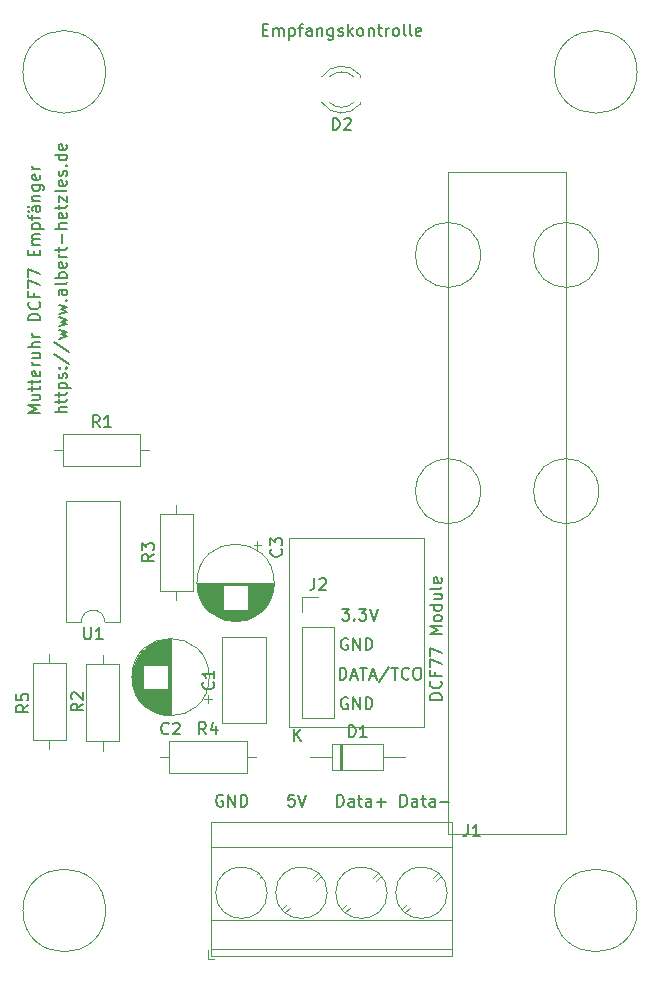
<source format=gbr>
%TF.GenerationSoftware,KiCad,Pcbnew,(5.1.9)-1*%
%TF.CreationDate,2021-03-23T14:31:34+01:00*%
%TF.ProjectId,DCF77 Receiver,44434637-3720-4526-9563-65697665722e,rev?*%
%TF.SameCoordinates,Original*%
%TF.FileFunction,Legend,Top*%
%TF.FilePolarity,Positive*%
%FSLAX46Y46*%
G04 Gerber Fmt 4.6, Leading zero omitted, Abs format (unit mm)*
G04 Created by KiCad (PCBNEW (5.1.9)-1) date 2021-03-23 14:31:34*
%MOMM*%
%LPD*%
G01*
G04 APERTURE LIST*
%ADD10C,0.150000*%
%ADD11C,0.120000*%
G04 APERTURE END LIST*
D10*
X84702380Y-143333333D02*
X83702380Y-143333333D01*
X84702380Y-142904761D02*
X84178571Y-142904761D01*
X84083333Y-142952380D01*
X84035714Y-143047619D01*
X84035714Y-143190476D01*
X84083333Y-143285714D01*
X84130952Y-143333333D01*
X84035714Y-142571428D02*
X84035714Y-142190476D01*
X83702380Y-142428571D02*
X84559523Y-142428571D01*
X84654761Y-142380952D01*
X84702380Y-142285714D01*
X84702380Y-142190476D01*
X84035714Y-142000000D02*
X84035714Y-141619047D01*
X83702380Y-141857142D02*
X84559523Y-141857142D01*
X84654761Y-141809523D01*
X84702380Y-141714285D01*
X84702380Y-141619047D01*
X84035714Y-141285714D02*
X85035714Y-141285714D01*
X84083333Y-141285714D02*
X84035714Y-141190476D01*
X84035714Y-141000000D01*
X84083333Y-140904761D01*
X84130952Y-140857142D01*
X84226190Y-140809523D01*
X84511904Y-140809523D01*
X84607142Y-140857142D01*
X84654761Y-140904761D01*
X84702380Y-141000000D01*
X84702380Y-141190476D01*
X84654761Y-141285714D01*
X84654761Y-140428571D02*
X84702380Y-140333333D01*
X84702380Y-140142857D01*
X84654761Y-140047619D01*
X84559523Y-140000000D01*
X84511904Y-140000000D01*
X84416666Y-140047619D01*
X84369047Y-140142857D01*
X84369047Y-140285714D01*
X84321428Y-140380952D01*
X84226190Y-140428571D01*
X84178571Y-140428571D01*
X84083333Y-140380952D01*
X84035714Y-140285714D01*
X84035714Y-140142857D01*
X84083333Y-140047619D01*
X84607142Y-139571428D02*
X84654761Y-139523809D01*
X84702380Y-139571428D01*
X84654761Y-139619047D01*
X84607142Y-139571428D01*
X84702380Y-139571428D01*
X84083333Y-139571428D02*
X84130952Y-139523809D01*
X84178571Y-139571428D01*
X84130952Y-139619047D01*
X84083333Y-139571428D01*
X84178571Y-139571428D01*
X83654761Y-138380952D02*
X84940476Y-139238095D01*
X83654761Y-137333333D02*
X84940476Y-138190476D01*
X84035714Y-137095238D02*
X84702380Y-136904761D01*
X84226190Y-136714285D01*
X84702380Y-136523809D01*
X84035714Y-136333333D01*
X84035714Y-136047619D02*
X84702380Y-135857142D01*
X84226190Y-135666666D01*
X84702380Y-135476190D01*
X84035714Y-135285714D01*
X84035714Y-135000000D02*
X84702380Y-134809523D01*
X84226190Y-134619047D01*
X84702380Y-134428571D01*
X84035714Y-134238095D01*
X84607142Y-133857142D02*
X84654761Y-133809523D01*
X84702380Y-133857142D01*
X84654761Y-133904761D01*
X84607142Y-133857142D01*
X84702380Y-133857142D01*
X84702380Y-132952380D02*
X84178571Y-132952380D01*
X84083333Y-133000000D01*
X84035714Y-133095238D01*
X84035714Y-133285714D01*
X84083333Y-133380952D01*
X84654761Y-132952380D02*
X84702380Y-133047619D01*
X84702380Y-133285714D01*
X84654761Y-133380952D01*
X84559523Y-133428571D01*
X84464285Y-133428571D01*
X84369047Y-133380952D01*
X84321428Y-133285714D01*
X84321428Y-133047619D01*
X84273809Y-132952380D01*
X84702380Y-132333333D02*
X84654761Y-132428571D01*
X84559523Y-132476190D01*
X83702380Y-132476190D01*
X84702380Y-131952380D02*
X83702380Y-131952380D01*
X84083333Y-131952380D02*
X84035714Y-131857142D01*
X84035714Y-131666666D01*
X84083333Y-131571428D01*
X84130952Y-131523809D01*
X84226190Y-131476190D01*
X84511904Y-131476190D01*
X84607142Y-131523809D01*
X84654761Y-131571428D01*
X84702380Y-131666666D01*
X84702380Y-131857142D01*
X84654761Y-131952380D01*
X84654761Y-130666666D02*
X84702380Y-130761904D01*
X84702380Y-130952380D01*
X84654761Y-131047619D01*
X84559523Y-131095238D01*
X84178571Y-131095238D01*
X84083333Y-131047619D01*
X84035714Y-130952380D01*
X84035714Y-130761904D01*
X84083333Y-130666666D01*
X84178571Y-130619047D01*
X84273809Y-130619047D01*
X84369047Y-131095238D01*
X84702380Y-130190476D02*
X84035714Y-130190476D01*
X84226190Y-130190476D02*
X84130952Y-130142857D01*
X84083333Y-130095238D01*
X84035714Y-130000000D01*
X84035714Y-129904761D01*
X84035714Y-129714285D02*
X84035714Y-129333333D01*
X83702380Y-129571428D02*
X84559523Y-129571428D01*
X84654761Y-129523809D01*
X84702380Y-129428571D01*
X84702380Y-129333333D01*
X84321428Y-129000000D02*
X84321428Y-128238095D01*
X84702380Y-127761904D02*
X83702380Y-127761904D01*
X84702380Y-127333333D02*
X84178571Y-127333333D01*
X84083333Y-127380952D01*
X84035714Y-127476190D01*
X84035714Y-127619047D01*
X84083333Y-127714285D01*
X84130952Y-127761904D01*
X84654761Y-126476190D02*
X84702380Y-126571428D01*
X84702380Y-126761904D01*
X84654761Y-126857142D01*
X84559523Y-126904761D01*
X84178571Y-126904761D01*
X84083333Y-126857142D01*
X84035714Y-126761904D01*
X84035714Y-126571428D01*
X84083333Y-126476190D01*
X84178571Y-126428571D01*
X84273809Y-126428571D01*
X84369047Y-126904761D01*
X84035714Y-126142857D02*
X84035714Y-125761904D01*
X83702380Y-126000000D02*
X84559523Y-126000000D01*
X84654761Y-125952380D01*
X84702380Y-125857142D01*
X84702380Y-125761904D01*
X84035714Y-125523809D02*
X84035714Y-125000000D01*
X84702380Y-125523809D01*
X84702380Y-125000000D01*
X84702380Y-124476190D02*
X84654761Y-124571428D01*
X84559523Y-124619047D01*
X83702380Y-124619047D01*
X84654761Y-123714285D02*
X84702380Y-123809523D01*
X84702380Y-124000000D01*
X84654761Y-124095238D01*
X84559523Y-124142857D01*
X84178571Y-124142857D01*
X84083333Y-124095238D01*
X84035714Y-124000000D01*
X84035714Y-123809523D01*
X84083333Y-123714285D01*
X84178571Y-123666666D01*
X84273809Y-123666666D01*
X84369047Y-124142857D01*
X84654761Y-123285714D02*
X84702380Y-123190476D01*
X84702380Y-123000000D01*
X84654761Y-122904761D01*
X84559523Y-122857142D01*
X84511904Y-122857142D01*
X84416666Y-122904761D01*
X84369047Y-123000000D01*
X84369047Y-123142857D01*
X84321428Y-123238095D01*
X84226190Y-123285714D01*
X84178571Y-123285714D01*
X84083333Y-123238095D01*
X84035714Y-123142857D01*
X84035714Y-123000000D01*
X84083333Y-122904761D01*
X84607142Y-122428571D02*
X84654761Y-122380952D01*
X84702380Y-122428571D01*
X84654761Y-122476190D01*
X84607142Y-122428571D01*
X84702380Y-122428571D01*
X84702380Y-121523809D02*
X83702380Y-121523809D01*
X84654761Y-121523809D02*
X84702380Y-121619047D01*
X84702380Y-121809523D01*
X84654761Y-121904761D01*
X84607142Y-121952380D01*
X84511904Y-122000000D01*
X84226190Y-122000000D01*
X84130952Y-121952380D01*
X84083333Y-121904761D01*
X84035714Y-121809523D01*
X84035714Y-121619047D01*
X84083333Y-121523809D01*
X84654761Y-120666666D02*
X84702380Y-120761904D01*
X84702380Y-120952380D01*
X84654761Y-121047619D01*
X84559523Y-121095238D01*
X84178571Y-121095238D01*
X84083333Y-121047619D01*
X84035714Y-120952380D01*
X84035714Y-120761904D01*
X84083333Y-120666666D01*
X84178571Y-120619047D01*
X84273809Y-120619047D01*
X84369047Y-121095238D01*
X82452380Y-143404761D02*
X81452380Y-143404761D01*
X82166666Y-143071428D01*
X81452380Y-142738095D01*
X82452380Y-142738095D01*
X81785714Y-141833333D02*
X82452380Y-141833333D01*
X81785714Y-142261904D02*
X82309523Y-142261904D01*
X82404761Y-142214285D01*
X82452380Y-142119047D01*
X82452380Y-141976190D01*
X82404761Y-141880952D01*
X82357142Y-141833333D01*
X81785714Y-141500000D02*
X81785714Y-141119047D01*
X81452380Y-141357142D02*
X82309523Y-141357142D01*
X82404761Y-141309523D01*
X82452380Y-141214285D01*
X82452380Y-141119047D01*
X81785714Y-140928571D02*
X81785714Y-140547619D01*
X81452380Y-140785714D02*
X82309523Y-140785714D01*
X82404761Y-140738095D01*
X82452380Y-140642857D01*
X82452380Y-140547619D01*
X82404761Y-139833333D02*
X82452380Y-139928571D01*
X82452380Y-140119047D01*
X82404761Y-140214285D01*
X82309523Y-140261904D01*
X81928571Y-140261904D01*
X81833333Y-140214285D01*
X81785714Y-140119047D01*
X81785714Y-139928571D01*
X81833333Y-139833333D01*
X81928571Y-139785714D01*
X82023809Y-139785714D01*
X82119047Y-140261904D01*
X82452380Y-139357142D02*
X81785714Y-139357142D01*
X81976190Y-139357142D02*
X81880952Y-139309523D01*
X81833333Y-139261904D01*
X81785714Y-139166666D01*
X81785714Y-139071428D01*
X81785714Y-138309523D02*
X82452380Y-138309523D01*
X81785714Y-138738095D02*
X82309523Y-138738095D01*
X82404761Y-138690476D01*
X82452380Y-138595238D01*
X82452380Y-138452380D01*
X82404761Y-138357142D01*
X82357142Y-138309523D01*
X82452380Y-137833333D02*
X81452380Y-137833333D01*
X82452380Y-137404761D02*
X81928571Y-137404761D01*
X81833333Y-137452380D01*
X81785714Y-137547619D01*
X81785714Y-137690476D01*
X81833333Y-137785714D01*
X81880952Y-137833333D01*
X82452380Y-136928571D02*
X81785714Y-136928571D01*
X81976190Y-136928571D02*
X81880952Y-136880952D01*
X81833333Y-136833333D01*
X81785714Y-136738095D01*
X81785714Y-136642857D01*
X82452380Y-135547619D02*
X81452380Y-135547619D01*
X81452380Y-135309523D01*
X81500000Y-135166666D01*
X81595238Y-135071428D01*
X81690476Y-135023809D01*
X81880952Y-134976190D01*
X82023809Y-134976190D01*
X82214285Y-135023809D01*
X82309523Y-135071428D01*
X82404761Y-135166666D01*
X82452380Y-135309523D01*
X82452380Y-135547619D01*
X82357142Y-133976190D02*
X82404761Y-134023809D01*
X82452380Y-134166666D01*
X82452380Y-134261904D01*
X82404761Y-134404761D01*
X82309523Y-134500000D01*
X82214285Y-134547619D01*
X82023809Y-134595238D01*
X81880952Y-134595238D01*
X81690476Y-134547619D01*
X81595238Y-134500000D01*
X81500000Y-134404761D01*
X81452380Y-134261904D01*
X81452380Y-134166666D01*
X81500000Y-134023809D01*
X81547619Y-133976190D01*
X81928571Y-133214285D02*
X81928571Y-133547619D01*
X82452380Y-133547619D02*
X81452380Y-133547619D01*
X81452380Y-133071428D01*
X81452380Y-132785714D02*
X81452380Y-132119047D01*
X82452380Y-132547619D01*
X81452380Y-131833333D02*
X81452380Y-131166666D01*
X82452380Y-131595238D01*
X81928571Y-130023809D02*
X81928571Y-129690476D01*
X82452380Y-129547619D02*
X82452380Y-130023809D01*
X81452380Y-130023809D01*
X81452380Y-129547619D01*
X82452380Y-129119047D02*
X81785714Y-129119047D01*
X81880952Y-129119047D02*
X81833333Y-129071428D01*
X81785714Y-128976190D01*
X81785714Y-128833333D01*
X81833333Y-128738095D01*
X81928571Y-128690476D01*
X82452380Y-128690476D01*
X81928571Y-128690476D02*
X81833333Y-128642857D01*
X81785714Y-128547619D01*
X81785714Y-128404761D01*
X81833333Y-128309523D01*
X81928571Y-128261904D01*
X82452380Y-128261904D01*
X81785714Y-127785714D02*
X82785714Y-127785714D01*
X81833333Y-127785714D02*
X81785714Y-127690476D01*
X81785714Y-127500000D01*
X81833333Y-127404761D01*
X81880952Y-127357142D01*
X81976190Y-127309523D01*
X82261904Y-127309523D01*
X82357142Y-127357142D01*
X82404761Y-127404761D01*
X82452380Y-127500000D01*
X82452380Y-127690476D01*
X82404761Y-127785714D01*
X81785714Y-127023809D02*
X81785714Y-126642857D01*
X82452380Y-126880952D02*
X81595238Y-126880952D01*
X81500000Y-126833333D01*
X81452380Y-126738095D01*
X81452380Y-126642857D01*
X82452380Y-125880952D02*
X81928571Y-125880952D01*
X81833333Y-125928571D01*
X81785714Y-126023809D01*
X81785714Y-126214285D01*
X81833333Y-126309523D01*
X82404761Y-125880952D02*
X82452380Y-125976190D01*
X82452380Y-126214285D01*
X82404761Y-126309523D01*
X82309523Y-126357142D01*
X82214285Y-126357142D01*
X82119047Y-126309523D01*
X82071428Y-126214285D01*
X82071428Y-125976190D01*
X82023809Y-125880952D01*
X81452380Y-126309523D02*
X81500000Y-126261904D01*
X81547619Y-126309523D01*
X81500000Y-126357142D01*
X81452380Y-126309523D01*
X81547619Y-126309523D01*
X81452380Y-125928571D02*
X81500000Y-125880952D01*
X81547619Y-125928571D01*
X81500000Y-125976190D01*
X81452380Y-125928571D01*
X81547619Y-125928571D01*
X81785714Y-125404761D02*
X82452380Y-125404761D01*
X81880952Y-125404761D02*
X81833333Y-125357142D01*
X81785714Y-125261904D01*
X81785714Y-125119047D01*
X81833333Y-125023809D01*
X81928571Y-124976190D01*
X82452380Y-124976190D01*
X81785714Y-124071428D02*
X82595238Y-124071428D01*
X82690476Y-124119047D01*
X82738095Y-124166666D01*
X82785714Y-124261904D01*
X82785714Y-124404761D01*
X82738095Y-124500000D01*
X82404761Y-124071428D02*
X82452380Y-124166666D01*
X82452380Y-124357142D01*
X82404761Y-124452380D01*
X82357142Y-124500000D01*
X82261904Y-124547619D01*
X81976190Y-124547619D01*
X81880952Y-124500000D01*
X81833333Y-124452380D01*
X81785714Y-124357142D01*
X81785714Y-124166666D01*
X81833333Y-124071428D01*
X82404761Y-123214285D02*
X82452380Y-123309523D01*
X82452380Y-123500000D01*
X82404761Y-123595238D01*
X82309523Y-123642857D01*
X81928571Y-123642857D01*
X81833333Y-123595238D01*
X81785714Y-123500000D01*
X81785714Y-123309523D01*
X81833333Y-123214285D01*
X81928571Y-123166666D01*
X82023809Y-123166666D01*
X82119047Y-123642857D01*
X82452380Y-122738095D02*
X81785714Y-122738095D01*
X81976190Y-122738095D02*
X81880952Y-122690476D01*
X81833333Y-122642857D01*
X81785714Y-122547619D01*
X81785714Y-122452380D01*
D11*
X88000000Y-114500000D02*
G75*
G03*
X88000000Y-114500000I-3500000J0D01*
G01*
X133000000Y-114500000D02*
G75*
G03*
X133000000Y-114500000I-3500000J0D01*
G01*
X133000000Y-185500000D02*
G75*
G03*
X133000000Y-185500000I-3500000J0D01*
G01*
X88000000Y-185500000D02*
G75*
G03*
X88000000Y-185500000I-3500000J0D01*
G01*
D10*
X101309523Y-110928571D02*
X101642857Y-110928571D01*
X101785714Y-111452380D02*
X101309523Y-111452380D01*
X101309523Y-110452380D01*
X101785714Y-110452380D01*
X102214285Y-111452380D02*
X102214285Y-110785714D01*
X102214285Y-110880952D02*
X102261904Y-110833333D01*
X102357142Y-110785714D01*
X102500000Y-110785714D01*
X102595238Y-110833333D01*
X102642857Y-110928571D01*
X102642857Y-111452380D01*
X102642857Y-110928571D02*
X102690476Y-110833333D01*
X102785714Y-110785714D01*
X102928571Y-110785714D01*
X103023809Y-110833333D01*
X103071428Y-110928571D01*
X103071428Y-111452380D01*
X103547619Y-110785714D02*
X103547619Y-111785714D01*
X103547619Y-110833333D02*
X103642857Y-110785714D01*
X103833333Y-110785714D01*
X103928571Y-110833333D01*
X103976190Y-110880952D01*
X104023809Y-110976190D01*
X104023809Y-111261904D01*
X103976190Y-111357142D01*
X103928571Y-111404761D01*
X103833333Y-111452380D01*
X103642857Y-111452380D01*
X103547619Y-111404761D01*
X104309523Y-110785714D02*
X104690476Y-110785714D01*
X104452380Y-111452380D02*
X104452380Y-110595238D01*
X104500000Y-110500000D01*
X104595238Y-110452380D01*
X104690476Y-110452380D01*
X105452380Y-111452380D02*
X105452380Y-110928571D01*
X105404761Y-110833333D01*
X105309523Y-110785714D01*
X105119047Y-110785714D01*
X105023809Y-110833333D01*
X105452380Y-111404761D02*
X105357142Y-111452380D01*
X105119047Y-111452380D01*
X105023809Y-111404761D01*
X104976190Y-111309523D01*
X104976190Y-111214285D01*
X105023809Y-111119047D01*
X105119047Y-111071428D01*
X105357142Y-111071428D01*
X105452380Y-111023809D01*
X105928571Y-110785714D02*
X105928571Y-111452380D01*
X105928571Y-110880952D02*
X105976190Y-110833333D01*
X106071428Y-110785714D01*
X106214285Y-110785714D01*
X106309523Y-110833333D01*
X106357142Y-110928571D01*
X106357142Y-111452380D01*
X107261904Y-110785714D02*
X107261904Y-111595238D01*
X107214285Y-111690476D01*
X107166666Y-111738095D01*
X107071428Y-111785714D01*
X106928571Y-111785714D01*
X106833333Y-111738095D01*
X107261904Y-111404761D02*
X107166666Y-111452380D01*
X106976190Y-111452380D01*
X106880952Y-111404761D01*
X106833333Y-111357142D01*
X106785714Y-111261904D01*
X106785714Y-110976190D01*
X106833333Y-110880952D01*
X106880952Y-110833333D01*
X106976190Y-110785714D01*
X107166666Y-110785714D01*
X107261904Y-110833333D01*
X107690476Y-111404761D02*
X107785714Y-111452380D01*
X107976190Y-111452380D01*
X108071428Y-111404761D01*
X108119047Y-111309523D01*
X108119047Y-111261904D01*
X108071428Y-111166666D01*
X107976190Y-111119047D01*
X107833333Y-111119047D01*
X107738095Y-111071428D01*
X107690476Y-110976190D01*
X107690476Y-110928571D01*
X107738095Y-110833333D01*
X107833333Y-110785714D01*
X107976190Y-110785714D01*
X108071428Y-110833333D01*
X108547619Y-111452380D02*
X108547619Y-110452380D01*
X108642857Y-111071428D02*
X108928571Y-111452380D01*
X108928571Y-110785714D02*
X108547619Y-111166666D01*
X109500000Y-111452380D02*
X109404761Y-111404761D01*
X109357142Y-111357142D01*
X109309523Y-111261904D01*
X109309523Y-110976190D01*
X109357142Y-110880952D01*
X109404761Y-110833333D01*
X109500000Y-110785714D01*
X109642857Y-110785714D01*
X109738095Y-110833333D01*
X109785714Y-110880952D01*
X109833333Y-110976190D01*
X109833333Y-111261904D01*
X109785714Y-111357142D01*
X109738095Y-111404761D01*
X109642857Y-111452380D01*
X109500000Y-111452380D01*
X110261904Y-110785714D02*
X110261904Y-111452380D01*
X110261904Y-110880952D02*
X110309523Y-110833333D01*
X110404761Y-110785714D01*
X110547619Y-110785714D01*
X110642857Y-110833333D01*
X110690476Y-110928571D01*
X110690476Y-111452380D01*
X111023809Y-110785714D02*
X111404761Y-110785714D01*
X111166666Y-110452380D02*
X111166666Y-111309523D01*
X111214285Y-111404761D01*
X111309523Y-111452380D01*
X111404761Y-111452380D01*
X111738095Y-111452380D02*
X111738095Y-110785714D01*
X111738095Y-110976190D02*
X111785714Y-110880952D01*
X111833333Y-110833333D01*
X111928571Y-110785714D01*
X112023809Y-110785714D01*
X112500000Y-111452380D02*
X112404761Y-111404761D01*
X112357142Y-111357142D01*
X112309523Y-111261904D01*
X112309523Y-110976190D01*
X112357142Y-110880952D01*
X112404761Y-110833333D01*
X112500000Y-110785714D01*
X112642857Y-110785714D01*
X112738095Y-110833333D01*
X112785714Y-110880952D01*
X112833333Y-110976190D01*
X112833333Y-111261904D01*
X112785714Y-111357142D01*
X112738095Y-111404761D01*
X112642857Y-111452380D01*
X112500000Y-111452380D01*
X113404761Y-111452380D02*
X113309523Y-111404761D01*
X113261904Y-111309523D01*
X113261904Y-110452380D01*
X113928571Y-111452380D02*
X113833333Y-111404761D01*
X113785714Y-111309523D01*
X113785714Y-110452380D01*
X114690476Y-111404761D02*
X114595238Y-111452380D01*
X114404761Y-111452380D01*
X114309523Y-111404761D01*
X114261904Y-111309523D01*
X114261904Y-110928571D01*
X114309523Y-110833333D01*
X114404761Y-110785714D01*
X114595238Y-110785714D01*
X114690476Y-110833333D01*
X114738095Y-110928571D01*
X114738095Y-111023809D01*
X114261904Y-111119047D01*
X97916666Y-175750000D02*
X97821428Y-175702380D01*
X97678571Y-175702380D01*
X97535714Y-175750000D01*
X97440476Y-175845238D01*
X97392857Y-175940476D01*
X97345238Y-176130952D01*
X97345238Y-176273809D01*
X97392857Y-176464285D01*
X97440476Y-176559523D01*
X97535714Y-176654761D01*
X97678571Y-176702380D01*
X97773809Y-176702380D01*
X97916666Y-176654761D01*
X97964285Y-176607142D01*
X97964285Y-176273809D01*
X97773809Y-176273809D01*
X98392857Y-176702380D02*
X98392857Y-175702380D01*
X98964285Y-176702380D01*
X98964285Y-175702380D01*
X99440476Y-176702380D02*
X99440476Y-175702380D01*
X99678571Y-175702380D01*
X99821428Y-175750000D01*
X99916666Y-175845238D01*
X99964285Y-175940476D01*
X100011904Y-176130952D01*
X100011904Y-176273809D01*
X99964285Y-176464285D01*
X99916666Y-176559523D01*
X99821428Y-176654761D01*
X99678571Y-176702380D01*
X99440476Y-176702380D01*
X103964285Y-175702380D02*
X103488095Y-175702380D01*
X103440476Y-176178571D01*
X103488095Y-176130952D01*
X103583333Y-176083333D01*
X103821428Y-176083333D01*
X103916666Y-176130952D01*
X103964285Y-176178571D01*
X104011904Y-176273809D01*
X104011904Y-176511904D01*
X103964285Y-176607142D01*
X103916666Y-176654761D01*
X103821428Y-176702380D01*
X103583333Y-176702380D01*
X103488095Y-176654761D01*
X103440476Y-176607142D01*
X104297619Y-175702380D02*
X104630952Y-176702380D01*
X104964285Y-175702380D01*
X107583333Y-176702380D02*
X107583333Y-175702380D01*
X107821428Y-175702380D01*
X107964285Y-175750000D01*
X108059523Y-175845238D01*
X108107142Y-175940476D01*
X108154761Y-176130952D01*
X108154761Y-176273809D01*
X108107142Y-176464285D01*
X108059523Y-176559523D01*
X107964285Y-176654761D01*
X107821428Y-176702380D01*
X107583333Y-176702380D01*
X109011904Y-176702380D02*
X109011904Y-176178571D01*
X108964285Y-176083333D01*
X108869047Y-176035714D01*
X108678571Y-176035714D01*
X108583333Y-176083333D01*
X109011904Y-176654761D02*
X108916666Y-176702380D01*
X108678571Y-176702380D01*
X108583333Y-176654761D01*
X108535714Y-176559523D01*
X108535714Y-176464285D01*
X108583333Y-176369047D01*
X108678571Y-176321428D01*
X108916666Y-176321428D01*
X109011904Y-176273809D01*
X109345238Y-176035714D02*
X109726190Y-176035714D01*
X109488095Y-175702380D02*
X109488095Y-176559523D01*
X109535714Y-176654761D01*
X109630952Y-176702380D01*
X109726190Y-176702380D01*
X110488095Y-176702380D02*
X110488095Y-176178571D01*
X110440476Y-176083333D01*
X110345238Y-176035714D01*
X110154761Y-176035714D01*
X110059523Y-176083333D01*
X110488095Y-176654761D02*
X110392857Y-176702380D01*
X110154761Y-176702380D01*
X110059523Y-176654761D01*
X110011904Y-176559523D01*
X110011904Y-176464285D01*
X110059523Y-176369047D01*
X110154761Y-176321428D01*
X110392857Y-176321428D01*
X110488095Y-176273809D01*
X110964285Y-176321428D02*
X111726190Y-176321428D01*
X111345238Y-176702380D02*
X111345238Y-175940476D01*
X112964285Y-176702380D02*
X112964285Y-175702380D01*
X113202380Y-175702380D01*
X113345238Y-175750000D01*
X113440476Y-175845238D01*
X113488095Y-175940476D01*
X113535714Y-176130952D01*
X113535714Y-176273809D01*
X113488095Y-176464285D01*
X113440476Y-176559523D01*
X113345238Y-176654761D01*
X113202380Y-176702380D01*
X112964285Y-176702380D01*
X114392857Y-176702380D02*
X114392857Y-176178571D01*
X114345238Y-176083333D01*
X114250000Y-176035714D01*
X114059523Y-176035714D01*
X113964285Y-176083333D01*
X114392857Y-176654761D02*
X114297619Y-176702380D01*
X114059523Y-176702380D01*
X113964285Y-176654761D01*
X113916666Y-176559523D01*
X113916666Y-176464285D01*
X113964285Y-176369047D01*
X114059523Y-176321428D01*
X114297619Y-176321428D01*
X114392857Y-176273809D01*
X114726190Y-176035714D02*
X115107142Y-176035714D01*
X114869047Y-175702380D02*
X114869047Y-176559523D01*
X114916666Y-176654761D01*
X115011904Y-176702380D01*
X115107142Y-176702380D01*
X115869047Y-176702380D02*
X115869047Y-176178571D01*
X115821428Y-176083333D01*
X115726190Y-176035714D01*
X115535714Y-176035714D01*
X115440476Y-176083333D01*
X115869047Y-176654761D02*
X115773809Y-176702380D01*
X115535714Y-176702380D01*
X115440476Y-176654761D01*
X115392857Y-176559523D01*
X115392857Y-176464285D01*
X115440476Y-176369047D01*
X115535714Y-176321428D01*
X115773809Y-176321428D01*
X115869047Y-176273809D01*
X116345238Y-176321428D02*
X117107142Y-176321428D01*
D11*
X117000000Y-123000000D02*
X117000000Y-130000000D01*
X127000000Y-123000000D02*
X117000000Y-123000000D01*
X127000000Y-179000000D02*
X127000000Y-123000000D01*
X117000000Y-179000000D02*
X127000000Y-179000000D01*
X117000000Y-130000000D02*
X117000000Y-179000000D01*
D10*
X108488095Y-167500000D02*
X108392857Y-167452380D01*
X108250000Y-167452380D01*
X108107142Y-167500000D01*
X108011904Y-167595238D01*
X107964285Y-167690476D01*
X107916666Y-167880952D01*
X107916666Y-168023809D01*
X107964285Y-168214285D01*
X108011904Y-168309523D01*
X108107142Y-168404761D01*
X108250000Y-168452380D01*
X108345238Y-168452380D01*
X108488095Y-168404761D01*
X108535714Y-168357142D01*
X108535714Y-168023809D01*
X108345238Y-168023809D01*
X108964285Y-168452380D02*
X108964285Y-167452380D01*
X109535714Y-168452380D01*
X109535714Y-167452380D01*
X110011904Y-168452380D02*
X110011904Y-167452380D01*
X110250000Y-167452380D01*
X110392857Y-167500000D01*
X110488095Y-167595238D01*
X110535714Y-167690476D01*
X110583333Y-167880952D01*
X110583333Y-168023809D01*
X110535714Y-168214285D01*
X110488095Y-168309523D01*
X110392857Y-168404761D01*
X110250000Y-168452380D01*
X110011904Y-168452380D01*
X108488095Y-162500000D02*
X108392857Y-162452380D01*
X108250000Y-162452380D01*
X108107142Y-162500000D01*
X108011904Y-162595238D01*
X107964285Y-162690476D01*
X107916666Y-162880952D01*
X107916666Y-163023809D01*
X107964285Y-163214285D01*
X108011904Y-163309523D01*
X108107142Y-163404761D01*
X108250000Y-163452380D01*
X108345238Y-163452380D01*
X108488095Y-163404761D01*
X108535714Y-163357142D01*
X108535714Y-163023809D01*
X108345238Y-163023809D01*
X108964285Y-163452380D02*
X108964285Y-162452380D01*
X109535714Y-163452380D01*
X109535714Y-162452380D01*
X110011904Y-163452380D02*
X110011904Y-162452380D01*
X110250000Y-162452380D01*
X110392857Y-162500000D01*
X110488095Y-162595238D01*
X110535714Y-162690476D01*
X110583333Y-162880952D01*
X110583333Y-163023809D01*
X110535714Y-163214285D01*
X110488095Y-163309523D01*
X110392857Y-163404761D01*
X110250000Y-163452380D01*
X110011904Y-163452380D01*
X107821428Y-165952380D02*
X107821428Y-164952380D01*
X108059523Y-164952380D01*
X108202380Y-165000000D01*
X108297619Y-165095238D01*
X108345238Y-165190476D01*
X108392857Y-165380952D01*
X108392857Y-165523809D01*
X108345238Y-165714285D01*
X108297619Y-165809523D01*
X108202380Y-165904761D01*
X108059523Y-165952380D01*
X107821428Y-165952380D01*
X108773809Y-165666666D02*
X109250000Y-165666666D01*
X108678571Y-165952380D02*
X109011904Y-164952380D01*
X109345238Y-165952380D01*
X109535714Y-164952380D02*
X110107142Y-164952380D01*
X109821428Y-165952380D02*
X109821428Y-164952380D01*
X110392857Y-165666666D02*
X110869047Y-165666666D01*
X110297619Y-165952380D02*
X110630952Y-164952380D01*
X110964285Y-165952380D01*
X112011904Y-164904761D02*
X111154761Y-166190476D01*
X112202380Y-164952380D02*
X112773809Y-164952380D01*
X112488095Y-165952380D02*
X112488095Y-164952380D01*
X113678571Y-165857142D02*
X113630952Y-165904761D01*
X113488095Y-165952380D01*
X113392857Y-165952380D01*
X113250000Y-165904761D01*
X113154761Y-165809523D01*
X113107142Y-165714285D01*
X113059523Y-165523809D01*
X113059523Y-165380952D01*
X113107142Y-165190476D01*
X113154761Y-165095238D01*
X113250000Y-165000000D01*
X113392857Y-164952380D01*
X113488095Y-164952380D01*
X113630952Y-165000000D01*
X113678571Y-165047619D01*
X114297619Y-164952380D02*
X114488095Y-164952380D01*
X114583333Y-165000000D01*
X114678571Y-165095238D01*
X114726190Y-165285714D01*
X114726190Y-165619047D01*
X114678571Y-165809523D01*
X114583333Y-165904761D01*
X114488095Y-165952380D01*
X114297619Y-165952380D01*
X114202380Y-165904761D01*
X114107142Y-165809523D01*
X114059523Y-165619047D01*
X114059523Y-165285714D01*
X114107142Y-165095238D01*
X114202380Y-165000000D01*
X114297619Y-164952380D01*
X108023809Y-159952380D02*
X108642857Y-159952380D01*
X108309523Y-160333333D01*
X108452380Y-160333333D01*
X108547619Y-160380952D01*
X108595238Y-160428571D01*
X108642857Y-160523809D01*
X108642857Y-160761904D01*
X108595238Y-160857142D01*
X108547619Y-160904761D01*
X108452380Y-160952380D01*
X108166666Y-160952380D01*
X108071428Y-160904761D01*
X108023809Y-160857142D01*
X109071428Y-160857142D02*
X109119047Y-160904761D01*
X109071428Y-160952380D01*
X109023809Y-160904761D01*
X109071428Y-160857142D01*
X109071428Y-160952380D01*
X109452380Y-159952380D02*
X110071428Y-159952380D01*
X109738095Y-160333333D01*
X109880952Y-160333333D01*
X109976190Y-160380952D01*
X110023809Y-160428571D01*
X110071428Y-160523809D01*
X110071428Y-160761904D01*
X110023809Y-160857142D01*
X109976190Y-160904761D01*
X109880952Y-160952380D01*
X109595238Y-160952380D01*
X109500000Y-160904761D01*
X109452380Y-160857142D01*
X110357142Y-159952380D02*
X110690476Y-160952380D01*
X111023809Y-159952380D01*
X116452380Y-167642857D02*
X115452380Y-167642857D01*
X115452380Y-167404761D01*
X115500000Y-167261904D01*
X115595238Y-167166666D01*
X115690476Y-167119047D01*
X115880952Y-167071428D01*
X116023809Y-167071428D01*
X116214285Y-167119047D01*
X116309523Y-167166666D01*
X116404761Y-167261904D01*
X116452380Y-167404761D01*
X116452380Y-167642857D01*
X116357142Y-166071428D02*
X116404761Y-166119047D01*
X116452380Y-166261904D01*
X116452380Y-166357142D01*
X116404761Y-166500000D01*
X116309523Y-166595238D01*
X116214285Y-166642857D01*
X116023809Y-166690476D01*
X115880952Y-166690476D01*
X115690476Y-166642857D01*
X115595238Y-166595238D01*
X115500000Y-166500000D01*
X115452380Y-166357142D01*
X115452380Y-166261904D01*
X115500000Y-166119047D01*
X115547619Y-166071428D01*
X115928571Y-165309523D02*
X115928571Y-165642857D01*
X116452380Y-165642857D02*
X115452380Y-165642857D01*
X115452380Y-165166666D01*
X115452380Y-164880952D02*
X115452380Y-164214285D01*
X116452380Y-164642857D01*
X115452380Y-163928571D02*
X115452380Y-163261904D01*
X116452380Y-163690476D01*
X116452380Y-162119047D02*
X115452380Y-162119047D01*
X116166666Y-161785714D01*
X115452380Y-161452380D01*
X116452380Y-161452380D01*
X116452380Y-160833333D02*
X116404761Y-160928571D01*
X116357142Y-160976190D01*
X116261904Y-161023809D01*
X115976190Y-161023809D01*
X115880952Y-160976190D01*
X115833333Y-160928571D01*
X115785714Y-160833333D01*
X115785714Y-160690476D01*
X115833333Y-160595238D01*
X115880952Y-160547619D01*
X115976190Y-160500000D01*
X116261904Y-160500000D01*
X116357142Y-160547619D01*
X116404761Y-160595238D01*
X116452380Y-160690476D01*
X116452380Y-160833333D01*
X116452380Y-159642857D02*
X115452380Y-159642857D01*
X116404761Y-159642857D02*
X116452380Y-159738095D01*
X116452380Y-159928571D01*
X116404761Y-160023809D01*
X116357142Y-160071428D01*
X116261904Y-160119047D01*
X115976190Y-160119047D01*
X115880952Y-160071428D01*
X115833333Y-160023809D01*
X115785714Y-159928571D01*
X115785714Y-159738095D01*
X115833333Y-159642857D01*
X115785714Y-158738095D02*
X116452380Y-158738095D01*
X115785714Y-159166666D02*
X116309523Y-159166666D01*
X116404761Y-159119047D01*
X116452380Y-159023809D01*
X116452380Y-158880952D01*
X116404761Y-158785714D01*
X116357142Y-158738095D01*
X116452380Y-158119047D02*
X116404761Y-158214285D01*
X116309523Y-158261904D01*
X115452380Y-158261904D01*
X116404761Y-157357142D02*
X116452380Y-157452380D01*
X116452380Y-157642857D01*
X116404761Y-157738095D01*
X116309523Y-157785714D01*
X115928571Y-157785714D01*
X115833333Y-157738095D01*
X115785714Y-157642857D01*
X115785714Y-157452380D01*
X115833333Y-157357142D01*
X115928571Y-157309523D01*
X116023809Y-157309523D01*
X116119047Y-157785714D01*
D11*
X103500000Y-154000000D02*
X103500000Y-170000000D01*
X115000000Y-154000000D02*
X103500000Y-154000000D01*
X115000000Y-170000000D02*
X115000000Y-154000000D01*
X103500000Y-170000000D02*
X115000000Y-170000000D01*
X129750000Y-150000000D02*
G75*
G03*
X129750000Y-150000000I-2750000J0D01*
G01*
X119750000Y-150000000D02*
G75*
G03*
X119750000Y-150000000I-2750000J0D01*
G01*
X119750000Y-130000000D02*
G75*
G03*
X119750000Y-130000000I-2750000J0D01*
G01*
X129750000Y-130000000D02*
G75*
G03*
X129750000Y-130000000I-2750000J0D01*
G01*
%TO.C,C1*%
X97880000Y-162380000D02*
X101620000Y-162380000D01*
X97880000Y-169620000D02*
X101620000Y-169620000D01*
X101620000Y-169620000D02*
X101620000Y-162380000D01*
X97880000Y-169620000D02*
X97880000Y-162380000D01*
%TO.C,C2*%
X96770000Y-165750000D02*
G75*
G03*
X96770000Y-165750000I-3270000J0D01*
G01*
X93500000Y-168980000D02*
X93500000Y-162520000D01*
X93460000Y-168980000D02*
X93460000Y-162520000D01*
X93420000Y-168980000D02*
X93420000Y-162520000D01*
X93380000Y-168978000D02*
X93380000Y-162522000D01*
X93340000Y-168977000D02*
X93340000Y-162523000D01*
X93300000Y-168974000D02*
X93300000Y-162526000D01*
X93260000Y-168972000D02*
X93260000Y-166790000D01*
X93260000Y-164710000D02*
X93260000Y-162528000D01*
X93220000Y-168968000D02*
X93220000Y-166790000D01*
X93220000Y-164710000D02*
X93220000Y-162532000D01*
X93180000Y-168965000D02*
X93180000Y-166790000D01*
X93180000Y-164710000D02*
X93180000Y-162535000D01*
X93140000Y-168961000D02*
X93140000Y-166790000D01*
X93140000Y-164710000D02*
X93140000Y-162539000D01*
X93100000Y-168956000D02*
X93100000Y-166790000D01*
X93100000Y-164710000D02*
X93100000Y-162544000D01*
X93060000Y-168951000D02*
X93060000Y-166790000D01*
X93060000Y-164710000D02*
X93060000Y-162549000D01*
X93020000Y-168945000D02*
X93020000Y-166790000D01*
X93020000Y-164710000D02*
X93020000Y-162555000D01*
X92980000Y-168939000D02*
X92980000Y-166790000D01*
X92980000Y-164710000D02*
X92980000Y-162561000D01*
X92940000Y-168932000D02*
X92940000Y-166790000D01*
X92940000Y-164710000D02*
X92940000Y-162568000D01*
X92900000Y-168925000D02*
X92900000Y-166790000D01*
X92900000Y-164710000D02*
X92900000Y-162575000D01*
X92860000Y-168917000D02*
X92860000Y-166790000D01*
X92860000Y-164710000D02*
X92860000Y-162583000D01*
X92820000Y-168909000D02*
X92820000Y-166790000D01*
X92820000Y-164710000D02*
X92820000Y-162591000D01*
X92779000Y-168900000D02*
X92779000Y-166790000D01*
X92779000Y-164710000D02*
X92779000Y-162600000D01*
X92739000Y-168891000D02*
X92739000Y-166790000D01*
X92739000Y-164710000D02*
X92739000Y-162609000D01*
X92699000Y-168881000D02*
X92699000Y-166790000D01*
X92699000Y-164710000D02*
X92699000Y-162619000D01*
X92659000Y-168871000D02*
X92659000Y-166790000D01*
X92659000Y-164710000D02*
X92659000Y-162629000D01*
X92619000Y-168860000D02*
X92619000Y-166790000D01*
X92619000Y-164710000D02*
X92619000Y-162640000D01*
X92579000Y-168848000D02*
X92579000Y-166790000D01*
X92579000Y-164710000D02*
X92579000Y-162652000D01*
X92539000Y-168836000D02*
X92539000Y-166790000D01*
X92539000Y-164710000D02*
X92539000Y-162664000D01*
X92499000Y-168824000D02*
X92499000Y-166790000D01*
X92499000Y-164710000D02*
X92499000Y-162676000D01*
X92459000Y-168811000D02*
X92459000Y-166790000D01*
X92459000Y-164710000D02*
X92459000Y-162689000D01*
X92419000Y-168797000D02*
X92419000Y-166790000D01*
X92419000Y-164710000D02*
X92419000Y-162703000D01*
X92379000Y-168783000D02*
X92379000Y-166790000D01*
X92379000Y-164710000D02*
X92379000Y-162717000D01*
X92339000Y-168768000D02*
X92339000Y-166790000D01*
X92339000Y-164710000D02*
X92339000Y-162732000D01*
X92299000Y-168752000D02*
X92299000Y-166790000D01*
X92299000Y-164710000D02*
X92299000Y-162748000D01*
X92259000Y-168736000D02*
X92259000Y-166790000D01*
X92259000Y-164710000D02*
X92259000Y-162764000D01*
X92219000Y-168720000D02*
X92219000Y-166790000D01*
X92219000Y-164710000D02*
X92219000Y-162780000D01*
X92179000Y-168702000D02*
X92179000Y-166790000D01*
X92179000Y-164710000D02*
X92179000Y-162798000D01*
X92139000Y-168684000D02*
X92139000Y-166790000D01*
X92139000Y-164710000D02*
X92139000Y-162816000D01*
X92099000Y-168666000D02*
X92099000Y-166790000D01*
X92099000Y-164710000D02*
X92099000Y-162834000D01*
X92059000Y-168646000D02*
X92059000Y-166790000D01*
X92059000Y-164710000D02*
X92059000Y-162854000D01*
X92019000Y-168626000D02*
X92019000Y-166790000D01*
X92019000Y-164710000D02*
X92019000Y-162874000D01*
X91979000Y-168606000D02*
X91979000Y-166790000D01*
X91979000Y-164710000D02*
X91979000Y-162894000D01*
X91939000Y-168584000D02*
X91939000Y-166790000D01*
X91939000Y-164710000D02*
X91939000Y-162916000D01*
X91899000Y-168562000D02*
X91899000Y-166790000D01*
X91899000Y-164710000D02*
X91899000Y-162938000D01*
X91859000Y-168540000D02*
X91859000Y-166790000D01*
X91859000Y-164710000D02*
X91859000Y-162960000D01*
X91819000Y-168516000D02*
X91819000Y-166790000D01*
X91819000Y-164710000D02*
X91819000Y-162984000D01*
X91779000Y-168492000D02*
X91779000Y-166790000D01*
X91779000Y-164710000D02*
X91779000Y-163008000D01*
X91739000Y-168466000D02*
X91739000Y-166790000D01*
X91739000Y-164710000D02*
X91739000Y-163034000D01*
X91699000Y-168440000D02*
X91699000Y-166790000D01*
X91699000Y-164710000D02*
X91699000Y-163060000D01*
X91659000Y-168414000D02*
X91659000Y-166790000D01*
X91659000Y-164710000D02*
X91659000Y-163086000D01*
X91619000Y-168386000D02*
X91619000Y-166790000D01*
X91619000Y-164710000D02*
X91619000Y-163114000D01*
X91579000Y-168357000D02*
X91579000Y-166790000D01*
X91579000Y-164710000D02*
X91579000Y-163143000D01*
X91539000Y-168328000D02*
X91539000Y-166790000D01*
X91539000Y-164710000D02*
X91539000Y-163172000D01*
X91499000Y-168298000D02*
X91499000Y-166790000D01*
X91499000Y-164710000D02*
X91499000Y-163202000D01*
X91459000Y-168266000D02*
X91459000Y-166790000D01*
X91459000Y-164710000D02*
X91459000Y-163234000D01*
X91419000Y-168234000D02*
X91419000Y-166790000D01*
X91419000Y-164710000D02*
X91419000Y-163266000D01*
X91379000Y-168200000D02*
X91379000Y-166790000D01*
X91379000Y-164710000D02*
X91379000Y-163300000D01*
X91339000Y-168166000D02*
X91339000Y-166790000D01*
X91339000Y-164710000D02*
X91339000Y-163334000D01*
X91299000Y-168130000D02*
X91299000Y-166790000D01*
X91299000Y-164710000D02*
X91299000Y-163370000D01*
X91259000Y-168093000D02*
X91259000Y-166790000D01*
X91259000Y-164710000D02*
X91259000Y-163407000D01*
X91219000Y-168055000D02*
X91219000Y-166790000D01*
X91219000Y-164710000D02*
X91219000Y-163445000D01*
X91179000Y-168015000D02*
X91179000Y-163485000D01*
X91139000Y-167974000D02*
X91139000Y-163526000D01*
X91099000Y-167932000D02*
X91099000Y-163568000D01*
X91059000Y-167887000D02*
X91059000Y-163613000D01*
X91019000Y-167842000D02*
X91019000Y-163658000D01*
X90979000Y-167794000D02*
X90979000Y-163706000D01*
X90939000Y-167745000D02*
X90939000Y-163755000D01*
X90899000Y-167694000D02*
X90899000Y-163806000D01*
X90859000Y-167640000D02*
X90859000Y-163860000D01*
X90819000Y-167584000D02*
X90819000Y-163916000D01*
X90779000Y-167526000D02*
X90779000Y-163974000D01*
X90739000Y-167464000D02*
X90739000Y-164036000D01*
X90699000Y-167400000D02*
X90699000Y-164100000D01*
X90659000Y-167331000D02*
X90659000Y-164169000D01*
X90619000Y-167259000D02*
X90619000Y-164241000D01*
X90579000Y-167182000D02*
X90579000Y-164318000D01*
X90539000Y-167100000D02*
X90539000Y-164400000D01*
X90499000Y-167012000D02*
X90499000Y-164488000D01*
X90459000Y-166915000D02*
X90459000Y-164585000D01*
X90419000Y-166809000D02*
X90419000Y-164691000D01*
X90379000Y-166690000D02*
X90379000Y-164810000D01*
X90339000Y-166552000D02*
X90339000Y-164948000D01*
X90299000Y-166383000D02*
X90299000Y-165117000D01*
X90259000Y-166152000D02*
X90259000Y-165348000D01*
X97000241Y-167589000D02*
X96370241Y-167589000D01*
X96685241Y-167904000D02*
X96685241Y-167274000D01*
%TO.C,C3*%
X101154000Y-154564759D02*
X100524000Y-154564759D01*
X100839000Y-154249759D02*
X100839000Y-154879759D01*
X99402000Y-160991000D02*
X98598000Y-160991000D01*
X99633000Y-160951000D02*
X98367000Y-160951000D01*
X99802000Y-160911000D02*
X98198000Y-160911000D01*
X99940000Y-160871000D02*
X98060000Y-160871000D01*
X100059000Y-160831000D02*
X97941000Y-160831000D01*
X100165000Y-160791000D02*
X97835000Y-160791000D01*
X100262000Y-160751000D02*
X97738000Y-160751000D01*
X100350000Y-160711000D02*
X97650000Y-160711000D01*
X100432000Y-160671000D02*
X97568000Y-160671000D01*
X100509000Y-160631000D02*
X97491000Y-160631000D01*
X100581000Y-160591000D02*
X97419000Y-160591000D01*
X100650000Y-160551000D02*
X97350000Y-160551000D01*
X100714000Y-160511000D02*
X97286000Y-160511000D01*
X100776000Y-160471000D02*
X97224000Y-160471000D01*
X100834000Y-160431000D02*
X97166000Y-160431000D01*
X100890000Y-160391000D02*
X97110000Y-160391000D01*
X100944000Y-160351000D02*
X97056000Y-160351000D01*
X100995000Y-160311000D02*
X97005000Y-160311000D01*
X101044000Y-160271000D02*
X96956000Y-160271000D01*
X101092000Y-160231000D02*
X96908000Y-160231000D01*
X101137000Y-160191000D02*
X96863000Y-160191000D01*
X101182000Y-160151000D02*
X96818000Y-160151000D01*
X101224000Y-160111000D02*
X96776000Y-160111000D01*
X101265000Y-160071000D02*
X96735000Y-160071000D01*
X97960000Y-160031000D02*
X96695000Y-160031000D01*
X101305000Y-160031000D02*
X100040000Y-160031000D01*
X97960000Y-159991000D02*
X96657000Y-159991000D01*
X101343000Y-159991000D02*
X100040000Y-159991000D01*
X97960000Y-159951000D02*
X96620000Y-159951000D01*
X101380000Y-159951000D02*
X100040000Y-159951000D01*
X97960000Y-159911000D02*
X96584000Y-159911000D01*
X101416000Y-159911000D02*
X100040000Y-159911000D01*
X97960000Y-159871000D02*
X96550000Y-159871000D01*
X101450000Y-159871000D02*
X100040000Y-159871000D01*
X97960000Y-159831000D02*
X96516000Y-159831000D01*
X101484000Y-159831000D02*
X100040000Y-159831000D01*
X97960000Y-159791000D02*
X96484000Y-159791000D01*
X101516000Y-159791000D02*
X100040000Y-159791000D01*
X97960000Y-159751000D02*
X96452000Y-159751000D01*
X101548000Y-159751000D02*
X100040000Y-159751000D01*
X97960000Y-159711000D02*
X96422000Y-159711000D01*
X101578000Y-159711000D02*
X100040000Y-159711000D01*
X97960000Y-159671000D02*
X96393000Y-159671000D01*
X101607000Y-159671000D02*
X100040000Y-159671000D01*
X97960000Y-159631000D02*
X96364000Y-159631000D01*
X101636000Y-159631000D02*
X100040000Y-159631000D01*
X97960000Y-159591000D02*
X96336000Y-159591000D01*
X101664000Y-159591000D02*
X100040000Y-159591000D01*
X97960000Y-159551000D02*
X96310000Y-159551000D01*
X101690000Y-159551000D02*
X100040000Y-159551000D01*
X97960000Y-159511000D02*
X96284000Y-159511000D01*
X101716000Y-159511000D02*
X100040000Y-159511000D01*
X97960000Y-159471000D02*
X96258000Y-159471000D01*
X101742000Y-159471000D02*
X100040000Y-159471000D01*
X97960000Y-159431000D02*
X96234000Y-159431000D01*
X101766000Y-159431000D02*
X100040000Y-159431000D01*
X97960000Y-159391000D02*
X96210000Y-159391000D01*
X101790000Y-159391000D02*
X100040000Y-159391000D01*
X97960000Y-159351000D02*
X96188000Y-159351000D01*
X101812000Y-159351000D02*
X100040000Y-159351000D01*
X97960000Y-159311000D02*
X96166000Y-159311000D01*
X101834000Y-159311000D02*
X100040000Y-159311000D01*
X97960000Y-159271000D02*
X96144000Y-159271000D01*
X101856000Y-159271000D02*
X100040000Y-159271000D01*
X97960000Y-159231000D02*
X96124000Y-159231000D01*
X101876000Y-159231000D02*
X100040000Y-159231000D01*
X97960000Y-159191000D02*
X96104000Y-159191000D01*
X101896000Y-159191000D02*
X100040000Y-159191000D01*
X97960000Y-159151000D02*
X96084000Y-159151000D01*
X101916000Y-159151000D02*
X100040000Y-159151000D01*
X97960000Y-159111000D02*
X96066000Y-159111000D01*
X101934000Y-159111000D02*
X100040000Y-159111000D01*
X97960000Y-159071000D02*
X96048000Y-159071000D01*
X101952000Y-159071000D02*
X100040000Y-159071000D01*
X97960000Y-159031000D02*
X96030000Y-159031000D01*
X101970000Y-159031000D02*
X100040000Y-159031000D01*
X97960000Y-158991000D02*
X96014000Y-158991000D01*
X101986000Y-158991000D02*
X100040000Y-158991000D01*
X97960000Y-158951000D02*
X95998000Y-158951000D01*
X102002000Y-158951000D02*
X100040000Y-158951000D01*
X97960000Y-158911000D02*
X95982000Y-158911000D01*
X102018000Y-158911000D02*
X100040000Y-158911000D01*
X97960000Y-158871000D02*
X95967000Y-158871000D01*
X102033000Y-158871000D02*
X100040000Y-158871000D01*
X97960000Y-158831000D02*
X95953000Y-158831000D01*
X102047000Y-158831000D02*
X100040000Y-158831000D01*
X97960000Y-158791000D02*
X95939000Y-158791000D01*
X102061000Y-158791000D02*
X100040000Y-158791000D01*
X97960000Y-158751000D02*
X95926000Y-158751000D01*
X102074000Y-158751000D02*
X100040000Y-158751000D01*
X97960000Y-158711000D02*
X95914000Y-158711000D01*
X102086000Y-158711000D02*
X100040000Y-158711000D01*
X97960000Y-158671000D02*
X95902000Y-158671000D01*
X102098000Y-158671000D02*
X100040000Y-158671000D01*
X97960000Y-158631000D02*
X95890000Y-158631000D01*
X102110000Y-158631000D02*
X100040000Y-158631000D01*
X97960000Y-158591000D02*
X95879000Y-158591000D01*
X102121000Y-158591000D02*
X100040000Y-158591000D01*
X97960000Y-158551000D02*
X95869000Y-158551000D01*
X102131000Y-158551000D02*
X100040000Y-158551000D01*
X97960000Y-158511000D02*
X95859000Y-158511000D01*
X102141000Y-158511000D02*
X100040000Y-158511000D01*
X97960000Y-158471000D02*
X95850000Y-158471000D01*
X102150000Y-158471000D02*
X100040000Y-158471000D01*
X97960000Y-158430000D02*
X95841000Y-158430000D01*
X102159000Y-158430000D02*
X100040000Y-158430000D01*
X97960000Y-158390000D02*
X95833000Y-158390000D01*
X102167000Y-158390000D02*
X100040000Y-158390000D01*
X97960000Y-158350000D02*
X95825000Y-158350000D01*
X102175000Y-158350000D02*
X100040000Y-158350000D01*
X97960000Y-158310000D02*
X95818000Y-158310000D01*
X102182000Y-158310000D02*
X100040000Y-158310000D01*
X97960000Y-158270000D02*
X95811000Y-158270000D01*
X102189000Y-158270000D02*
X100040000Y-158270000D01*
X97960000Y-158230000D02*
X95805000Y-158230000D01*
X102195000Y-158230000D02*
X100040000Y-158230000D01*
X97960000Y-158190000D02*
X95799000Y-158190000D01*
X102201000Y-158190000D02*
X100040000Y-158190000D01*
X97960000Y-158150000D02*
X95794000Y-158150000D01*
X102206000Y-158150000D02*
X100040000Y-158150000D01*
X97960000Y-158110000D02*
X95789000Y-158110000D01*
X102211000Y-158110000D02*
X100040000Y-158110000D01*
X97960000Y-158070000D02*
X95785000Y-158070000D01*
X102215000Y-158070000D02*
X100040000Y-158070000D01*
X97960000Y-158030000D02*
X95782000Y-158030000D01*
X102218000Y-158030000D02*
X100040000Y-158030000D01*
X97960000Y-157990000D02*
X95778000Y-157990000D01*
X102222000Y-157990000D02*
X100040000Y-157990000D01*
X102224000Y-157950000D02*
X95776000Y-157950000D01*
X102227000Y-157910000D02*
X95773000Y-157910000D01*
X102228000Y-157870000D02*
X95772000Y-157870000D01*
X102230000Y-157830000D02*
X95770000Y-157830000D01*
X102230000Y-157790000D02*
X95770000Y-157790000D01*
X102230000Y-157750000D02*
X95770000Y-157750000D01*
X102270000Y-157750000D02*
G75*
G03*
X102270000Y-157750000I-3270000J0D01*
G01*
%TO.C,D1*%
X107810000Y-171380000D02*
X107810000Y-173620000D01*
X108050000Y-171380000D02*
X108050000Y-173620000D01*
X107930000Y-171380000D02*
X107930000Y-173620000D01*
X113370000Y-172500000D02*
X111450000Y-172500000D01*
X105290000Y-172500000D02*
X107210000Y-172500000D01*
X111450000Y-171380000D02*
X107210000Y-171380000D01*
X111450000Y-173620000D02*
X111450000Y-171380000D01*
X107210000Y-173620000D02*
X111450000Y-173620000D01*
X107210000Y-171380000D02*
X107210000Y-173620000D01*
%TO.C,D2*%
X109540000Y-114920000D02*
X109540000Y-114764000D01*
X109540000Y-117236000D02*
X109540000Y-117080000D01*
X106307665Y-117078608D02*
G75*
G03*
X109540000Y-117235516I1672335J1078608D01*
G01*
X106307665Y-114921392D02*
G75*
G02*
X109540000Y-114764484I1672335J-1078608D01*
G01*
X106938870Y-117079837D02*
G75*
G03*
X109020961Y-117080000I1041130J1079837D01*
G01*
X106938870Y-114920163D02*
G75*
G02*
X109020961Y-114920000I1041130J-1079837D01*
G01*
%TO.C,J1*%
X96660000Y-189600000D02*
X97160000Y-189600000D01*
X96660000Y-188860000D02*
X96660000Y-189600000D01*
X113482000Y-184992000D02*
X113087000Y-185388000D01*
X116128000Y-182346000D02*
X115748000Y-182726000D01*
X113733000Y-185274000D02*
X113353000Y-185654000D01*
X116394000Y-182612000D02*
X115999000Y-183008000D01*
X108402000Y-184992000D02*
X108007000Y-185388000D01*
X111048000Y-182346000D02*
X110668000Y-182726000D01*
X108653000Y-185274000D02*
X108273000Y-185654000D01*
X111314000Y-182612000D02*
X110919000Y-183008000D01*
X103322000Y-184992000D02*
X102927000Y-185388000D01*
X105968000Y-182346000D02*
X105588000Y-182726000D01*
X103573000Y-185274000D02*
X103193000Y-185654000D01*
X106234000Y-182612000D02*
X105839000Y-183008000D01*
X97952000Y-185281000D02*
X97846000Y-185388000D01*
X100888000Y-182346000D02*
X100781000Y-182453000D01*
X98218000Y-185547000D02*
X98112000Y-185654000D01*
X101154000Y-182612000D02*
X101047000Y-182719000D01*
X117340000Y-178040000D02*
X117340000Y-189360000D01*
X96900000Y-178040000D02*
X96900000Y-189360000D01*
X96900000Y-189360000D02*
X117340000Y-189360000D01*
X96900000Y-178040000D02*
X117340000Y-178040000D01*
X96900000Y-180100000D02*
X117340000Y-180100000D01*
X96900000Y-186300000D02*
X117340000Y-186300000D01*
X96900000Y-188800000D02*
X117340000Y-188800000D01*
X116920000Y-184000000D02*
G75*
G03*
X116920000Y-184000000I-2180000J0D01*
G01*
X111840000Y-184000000D02*
G75*
G03*
X111840000Y-184000000I-2180000J0D01*
G01*
X106760000Y-184000000D02*
G75*
G03*
X106760000Y-184000000I-2180000J0D01*
G01*
X101680000Y-184000000D02*
G75*
G03*
X101680000Y-184000000I-2180000J0D01*
G01*
%TO.C,J2*%
X104670000Y-158920000D02*
X106000000Y-158920000D01*
X104670000Y-160250000D02*
X104670000Y-158920000D01*
X104670000Y-161520000D02*
X107330000Y-161520000D01*
X107330000Y-161520000D02*
X107330000Y-169200000D01*
X104670000Y-161520000D02*
X104670000Y-169200000D01*
X104670000Y-169200000D02*
X107330000Y-169200000D01*
%TO.C,R1*%
X91710000Y-146500000D02*
X90940000Y-146500000D01*
X83630000Y-146500000D02*
X84400000Y-146500000D01*
X90940000Y-145130000D02*
X84400000Y-145130000D01*
X90940000Y-147870000D02*
X90940000Y-145130000D01*
X84400000Y-147870000D02*
X90940000Y-147870000D01*
X84400000Y-145130000D02*
X84400000Y-147870000D01*
%TO.C,R2*%
X84620000Y-164560000D02*
X81880000Y-164560000D01*
X81880000Y-164560000D02*
X81880000Y-171100000D01*
X81880000Y-171100000D02*
X84620000Y-171100000D01*
X84620000Y-171100000D02*
X84620000Y-164560000D01*
X83250000Y-163790000D02*
X83250000Y-164560000D01*
X83250000Y-171870000D02*
X83250000Y-171100000D01*
%TO.C,R3*%
X94000000Y-151130000D02*
X94000000Y-151900000D01*
X94000000Y-159210000D02*
X94000000Y-158440000D01*
X92630000Y-151900000D02*
X92630000Y-158440000D01*
X95370000Y-151900000D02*
X92630000Y-151900000D01*
X95370000Y-158440000D02*
X95370000Y-151900000D01*
X92630000Y-158440000D02*
X95370000Y-158440000D01*
%TO.C,R4*%
X100710000Y-172500000D02*
X99940000Y-172500000D01*
X92630000Y-172500000D02*
X93400000Y-172500000D01*
X99940000Y-171130000D02*
X93400000Y-171130000D01*
X99940000Y-173870000D02*
X99940000Y-171130000D01*
X93400000Y-173870000D02*
X99940000Y-173870000D01*
X93400000Y-171130000D02*
X93400000Y-173870000D01*
%TO.C,R5*%
X86380000Y-171190000D02*
X89120000Y-171190000D01*
X89120000Y-171190000D02*
X89120000Y-164650000D01*
X89120000Y-164650000D02*
X86380000Y-164650000D01*
X86380000Y-164650000D02*
X86380000Y-171190000D01*
X87750000Y-171960000D02*
X87750000Y-171190000D01*
X87750000Y-163880000D02*
X87750000Y-164650000D01*
%TO.C,U1*%
X84690000Y-161080000D02*
X85940000Y-161080000D01*
X84690000Y-150800000D02*
X84690000Y-161080000D01*
X89190000Y-150800000D02*
X84690000Y-150800000D01*
X89190000Y-161080000D02*
X89190000Y-150800000D01*
X87940000Y-161080000D02*
X89190000Y-161080000D01*
X85940000Y-161080000D02*
G75*
G02*
X87940000Y-161080000I1000000J0D01*
G01*
%TO.C,C1*%
D10*
X97107142Y-166166666D02*
X97154761Y-166214285D01*
X97202380Y-166357142D01*
X97202380Y-166452380D01*
X97154761Y-166595238D01*
X97059523Y-166690476D01*
X96964285Y-166738095D01*
X96773809Y-166785714D01*
X96630952Y-166785714D01*
X96440476Y-166738095D01*
X96345238Y-166690476D01*
X96250000Y-166595238D01*
X96202380Y-166452380D01*
X96202380Y-166357142D01*
X96250000Y-166214285D01*
X96297619Y-166166666D01*
X97202380Y-165214285D02*
X97202380Y-165785714D01*
X97202380Y-165500000D02*
X96202380Y-165500000D01*
X96345238Y-165595238D01*
X96440476Y-165690476D01*
X96488095Y-165785714D01*
%TO.C,C2*%
X93333333Y-170507142D02*
X93285714Y-170554761D01*
X93142857Y-170602380D01*
X93047619Y-170602380D01*
X92904761Y-170554761D01*
X92809523Y-170459523D01*
X92761904Y-170364285D01*
X92714285Y-170173809D01*
X92714285Y-170030952D01*
X92761904Y-169840476D01*
X92809523Y-169745238D01*
X92904761Y-169650000D01*
X93047619Y-169602380D01*
X93142857Y-169602380D01*
X93285714Y-169650000D01*
X93333333Y-169697619D01*
X93714285Y-169697619D02*
X93761904Y-169650000D01*
X93857142Y-169602380D01*
X94095238Y-169602380D01*
X94190476Y-169650000D01*
X94238095Y-169697619D01*
X94285714Y-169792857D01*
X94285714Y-169888095D01*
X94238095Y-170030952D01*
X93666666Y-170602380D01*
X94285714Y-170602380D01*
%TO.C,C3*%
X102857142Y-154916666D02*
X102904761Y-154964285D01*
X102952380Y-155107142D01*
X102952380Y-155202380D01*
X102904761Y-155345238D01*
X102809523Y-155440476D01*
X102714285Y-155488095D01*
X102523809Y-155535714D01*
X102380952Y-155535714D01*
X102190476Y-155488095D01*
X102095238Y-155440476D01*
X102000000Y-155345238D01*
X101952380Y-155202380D01*
X101952380Y-155107142D01*
X102000000Y-154964285D01*
X102047619Y-154916666D01*
X101952380Y-154583333D02*
X101952380Y-153964285D01*
X102333333Y-154297619D01*
X102333333Y-154154761D01*
X102380952Y-154059523D01*
X102428571Y-154011904D01*
X102523809Y-153964285D01*
X102761904Y-153964285D01*
X102857142Y-154011904D01*
X102904761Y-154059523D01*
X102952380Y-154154761D01*
X102952380Y-154440476D01*
X102904761Y-154535714D01*
X102857142Y-154583333D01*
%TO.C,D1*%
X108591904Y-170832380D02*
X108591904Y-169832380D01*
X108830000Y-169832380D01*
X108972857Y-169880000D01*
X109068095Y-169975238D01*
X109115714Y-170070476D01*
X109163333Y-170260952D01*
X109163333Y-170403809D01*
X109115714Y-170594285D01*
X109068095Y-170689523D01*
X108972857Y-170784761D01*
X108830000Y-170832380D01*
X108591904Y-170832380D01*
X110115714Y-170832380D02*
X109544285Y-170832380D01*
X109830000Y-170832380D02*
X109830000Y-169832380D01*
X109734761Y-169975238D01*
X109639523Y-170070476D01*
X109544285Y-170118095D01*
X103988095Y-171152380D02*
X103988095Y-170152380D01*
X104559523Y-171152380D02*
X104130952Y-170580952D01*
X104559523Y-170152380D02*
X103988095Y-170723809D01*
%TO.C,D2*%
X107241904Y-119412380D02*
X107241904Y-118412380D01*
X107480000Y-118412380D01*
X107622857Y-118460000D01*
X107718095Y-118555238D01*
X107765714Y-118650476D01*
X107813333Y-118840952D01*
X107813333Y-118983809D01*
X107765714Y-119174285D01*
X107718095Y-119269523D01*
X107622857Y-119364761D01*
X107480000Y-119412380D01*
X107241904Y-119412380D01*
X108194285Y-118507619D02*
X108241904Y-118460000D01*
X108337142Y-118412380D01*
X108575238Y-118412380D01*
X108670476Y-118460000D01*
X108718095Y-118507619D01*
X108765714Y-118602857D01*
X108765714Y-118698095D01*
X108718095Y-118840952D01*
X108146666Y-119412380D01*
X108765714Y-119412380D01*
%TO.C,J1*%
X118666666Y-178202380D02*
X118666666Y-178916666D01*
X118619047Y-179059523D01*
X118523809Y-179154761D01*
X118380952Y-179202380D01*
X118285714Y-179202380D01*
X119666666Y-179202380D02*
X119095238Y-179202380D01*
X119380952Y-179202380D02*
X119380952Y-178202380D01*
X119285714Y-178345238D01*
X119190476Y-178440476D01*
X119095238Y-178488095D01*
%TO.C,J2*%
X105666666Y-157372380D02*
X105666666Y-158086666D01*
X105619047Y-158229523D01*
X105523809Y-158324761D01*
X105380952Y-158372380D01*
X105285714Y-158372380D01*
X106095238Y-157467619D02*
X106142857Y-157420000D01*
X106238095Y-157372380D01*
X106476190Y-157372380D01*
X106571428Y-157420000D01*
X106619047Y-157467619D01*
X106666666Y-157562857D01*
X106666666Y-157658095D01*
X106619047Y-157800952D01*
X106047619Y-158372380D01*
X106666666Y-158372380D01*
%TO.C,R1*%
X87503333Y-144582380D02*
X87170000Y-144106190D01*
X86931904Y-144582380D02*
X86931904Y-143582380D01*
X87312857Y-143582380D01*
X87408095Y-143630000D01*
X87455714Y-143677619D01*
X87503333Y-143772857D01*
X87503333Y-143915714D01*
X87455714Y-144010952D01*
X87408095Y-144058571D01*
X87312857Y-144106190D01*
X86931904Y-144106190D01*
X88455714Y-144582380D02*
X87884285Y-144582380D01*
X88170000Y-144582380D02*
X88170000Y-143582380D01*
X88074761Y-143725238D01*
X87979523Y-143820476D01*
X87884285Y-143868095D01*
%TO.C,R2*%
X86072380Y-167996666D02*
X85596190Y-168330000D01*
X86072380Y-168568095D02*
X85072380Y-168568095D01*
X85072380Y-168187142D01*
X85120000Y-168091904D01*
X85167619Y-168044285D01*
X85262857Y-167996666D01*
X85405714Y-167996666D01*
X85500952Y-168044285D01*
X85548571Y-168091904D01*
X85596190Y-168187142D01*
X85596190Y-168568095D01*
X85167619Y-167615714D02*
X85120000Y-167568095D01*
X85072380Y-167472857D01*
X85072380Y-167234761D01*
X85120000Y-167139523D01*
X85167619Y-167091904D01*
X85262857Y-167044285D01*
X85358095Y-167044285D01*
X85500952Y-167091904D01*
X86072380Y-167663333D01*
X86072380Y-167044285D01*
%TO.C,R3*%
X92082380Y-155336666D02*
X91606190Y-155670000D01*
X92082380Y-155908095D02*
X91082380Y-155908095D01*
X91082380Y-155527142D01*
X91130000Y-155431904D01*
X91177619Y-155384285D01*
X91272857Y-155336666D01*
X91415714Y-155336666D01*
X91510952Y-155384285D01*
X91558571Y-155431904D01*
X91606190Y-155527142D01*
X91606190Y-155908095D01*
X91082380Y-155003333D02*
X91082380Y-154384285D01*
X91463333Y-154717619D01*
X91463333Y-154574761D01*
X91510952Y-154479523D01*
X91558571Y-154431904D01*
X91653809Y-154384285D01*
X91891904Y-154384285D01*
X91987142Y-154431904D01*
X92034761Y-154479523D01*
X92082380Y-154574761D01*
X92082380Y-154860476D01*
X92034761Y-154955714D01*
X91987142Y-155003333D01*
%TO.C,R4*%
X96503333Y-170582380D02*
X96170000Y-170106190D01*
X95931904Y-170582380D02*
X95931904Y-169582380D01*
X96312857Y-169582380D01*
X96408095Y-169630000D01*
X96455714Y-169677619D01*
X96503333Y-169772857D01*
X96503333Y-169915714D01*
X96455714Y-170010952D01*
X96408095Y-170058571D01*
X96312857Y-170106190D01*
X95931904Y-170106190D01*
X97360476Y-169915714D02*
X97360476Y-170582380D01*
X97122380Y-169534761D02*
X96884285Y-170249047D01*
X97503333Y-170249047D01*
%TO.C,R5*%
X81452380Y-168086666D02*
X80976190Y-168420000D01*
X81452380Y-168658095D02*
X80452380Y-168658095D01*
X80452380Y-168277142D01*
X80500000Y-168181904D01*
X80547619Y-168134285D01*
X80642857Y-168086666D01*
X80785714Y-168086666D01*
X80880952Y-168134285D01*
X80928571Y-168181904D01*
X80976190Y-168277142D01*
X80976190Y-168658095D01*
X80452380Y-167181904D02*
X80452380Y-167658095D01*
X80928571Y-167705714D01*
X80880952Y-167658095D01*
X80833333Y-167562857D01*
X80833333Y-167324761D01*
X80880952Y-167229523D01*
X80928571Y-167181904D01*
X81023809Y-167134285D01*
X81261904Y-167134285D01*
X81357142Y-167181904D01*
X81404761Y-167229523D01*
X81452380Y-167324761D01*
X81452380Y-167562857D01*
X81404761Y-167658095D01*
X81357142Y-167705714D01*
%TO.C,U1*%
X86178095Y-161532380D02*
X86178095Y-162341904D01*
X86225714Y-162437142D01*
X86273333Y-162484761D01*
X86368571Y-162532380D01*
X86559047Y-162532380D01*
X86654285Y-162484761D01*
X86701904Y-162437142D01*
X86749523Y-162341904D01*
X86749523Y-161532380D01*
X87749523Y-162532380D02*
X87178095Y-162532380D01*
X87463809Y-162532380D02*
X87463809Y-161532380D01*
X87368571Y-161675238D01*
X87273333Y-161770476D01*
X87178095Y-161818095D01*
%TD*%
M02*

</source>
